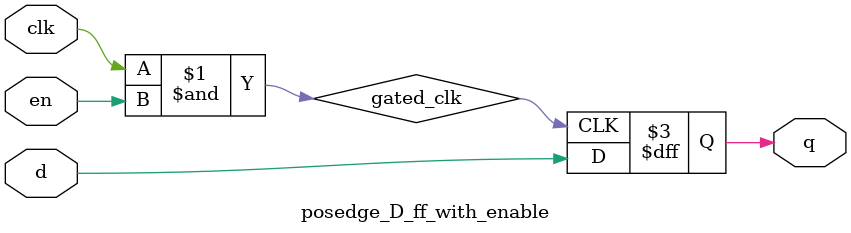
<source format=v>
module posedge_D_ff_with_enable(clk, d, en, q);
  input clk, d, en;
  output reg q;

  // Clock gating circuit
  wire gated_clk;
  assign gated_clk = clk & en;

  always @(posedge gated_clk) begin
    q <= d;
  end
endmodule
</source>
